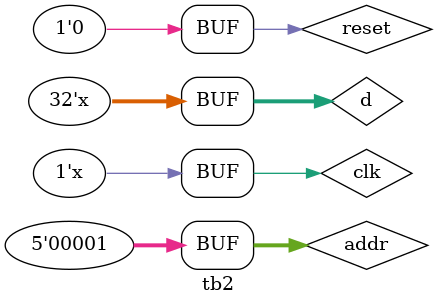
<source format=v>
module tb2();

    reg ena;
    reg clk;
    reg reset;
    reg [4:0] addr;
    reg [31:0] d;
    wire [31:0] dout;

    regfile REGFILE(.clk(clk), .reset(reset), .raddr1(addr), .waddr(addr), .i_data(d), .ena(1'b1), .o_output1(dout));
    initial begin
        reset = 1'b0;
        clk = 1'b0;
        d = 32'd0;
        #5 reset = ~reset;
        #5 reset = ~reset;
    end
    always begin
        #10 clk = ~clk;
            addr = 5'b0001;
            d = d + 32'd1;
    end
endmodule
</source>
